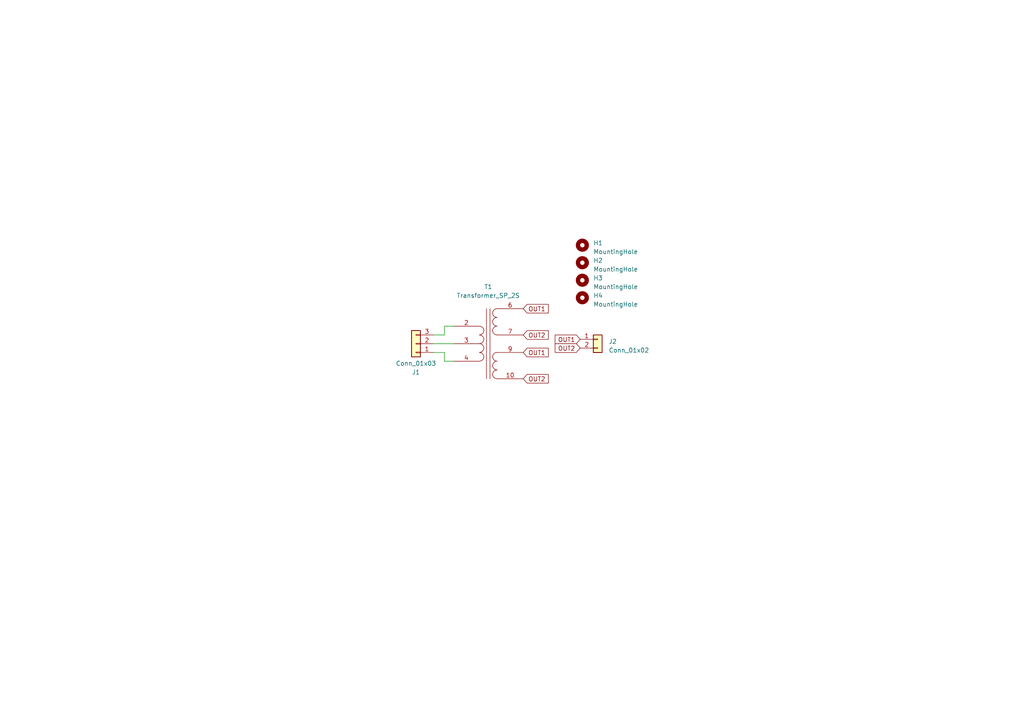
<source format=kicad_sch>
(kicad_sch (version 20230121) (generator eeschema)
  (paper "A4")
  (lib_symbols
    (symbol "Connector_Generic:Conn_01x02" (pin_names (offset 1.016) hide)
      (property "Reference" "J" (at 0 2.54 0))
      (property "Value" "Conn_01x02" (at 0 -5.08 0))
      (symbol "Conn_01x02_1_1"
        (rectangle (start -1.27 -2.413) (end 0 -2.667) (stroke (width 0.1524)))
        (rectangle (start -1.27 0.127) (end 0 -0.127) (stroke (width 0.1524)))
        (rectangle (start -1.27 1.27) (end 1.27 -3.81) (stroke (width 0.254)) (fill (type background)))
        (pin passive line (at -5.08 0 0) (length 3.81) (name "Pin_1") (number "1"))
        (pin passive line (at -5.08 -2.54 0) (length 3.81) (name "Pin_2") (number "2"))
      )
    )
    (symbol "Connector_Generic:Conn_01x03" (pin_names (offset 1.016) hide)
      (property "Reference" "J" (at 0 5.08 0))
      (property "Value" "Conn_01x03" (at 0 -5.08 0))
      (symbol "Conn_01x03_1_1"
        (rectangle (start -1.27 -2.413) (end 0 -2.667) (stroke (width 0.1524)))
        (rectangle (start -1.27 0.127) (end 0 -0.127) (stroke (width 0.1524)))
        (rectangle (start -1.27 2.667) (end 0 2.413) (stroke (width 0.1524)))
        (rectangle (start -1.27 3.81) (end 1.27 -3.81) (stroke (width 0.254)) (fill (type background)))
        (pin passive line (at -5.08 2.54 0) (length 3.81) (name "Pin_1") (number "1"))
        (pin passive line (at -5.08 0 0) (length 3.81) (name "Pin_2") (number "2"))
        (pin passive line (at -5.08 -2.54 0) (length 3.81) (name "Pin_3") (number "3"))
      )
    )
    (symbol "Device:Transformer_SP_2S" (pin_names (offset 1.016) hide)
      (property "Reference" "T1" (at 0 14.605 0))
      (property "Value" "Transformer_SP_2S" (at 0 12.065 0))
      (symbol "Transformer_SP_2S_0_1"
        (arc (start -2.54 -5.0546) (mid -1.6599 -4.6901) (end -1.27 -3.81))
        (arc (start -2.54 -2.5146) (mid -1.6599 -2.1501) (end -1.27 -1.27))
        (arc (start -2.54 0.0254) (mid -1.6599 0.3899) (end -1.27 1.27))
        (arc (start -2.54 2.5654) (mid -1.6599 2.9299) (end -1.27 3.81))
        (arc (start -1.27 -3.81) (mid -1.642 -2.912) (end -2.54 -2.54))
        (arc (start -1.27 -1.27) (mid -1.642 -0.372) (end -2.54 0))
        (arc (start -1.27 1.27) (mid -1.642 2.168) (end -2.54 2.54))
        (arc (start -1.27 3.81) (mid -1.642 4.708) (end -2.54 5.08))
        (polyline (pts (xy -0.508 -10.16) (xy -0.508 10.16)))
        (polyline (pts (xy 0.508 10.16) (xy 0.508 -10.16)))
        (arc (start 1.2954 -8.89) (mid 1.6599 -9.7701) (end 2.54 -10.1346))
        (arc (start 1.2954 -6.35) (mid 1.6599 -7.2301) (end 2.54 -7.5946))
        (arc (start 1.2954 -3.81) (mid 1.6599 -4.6901) (end 2.54 -5.0546))
        (arc (start 1.2954 3.81) (mid 1.6599 2.9299) (end 2.54 2.5654))
        (arc (start 1.2954 6.35) (mid 1.6599 5.4699) (end 2.54 5.1054))
        (arc (start 1.2954 8.89) (mid 1.6599 8.0099) (end 2.54 7.6454))
        (arc (start 2.54 -7.62) (mid 1.642 -7.992) (end 1.2954 -8.89))
        (arc (start 2.54 -5.08) (mid 1.642 -5.452) (end 1.2954 -6.35))
        (arc (start 2.54 -2.54) (mid 1.642 -2.912) (end 1.2954 -3.81))
        (arc (start 2.54 5.08) (mid 1.642 4.708) (end 1.2954 3.81))
        (arc (start 2.54 7.62) (mid 1.642 7.248) (end 1.2954 6.35))
        (arc (start 2.54 10.16) (mid 1.642 9.788) (end 1.2954 8.89))
      )
      (symbol "Transformer_SP_2S_1_1"
        (pin passive line (at 10.16 -10.16 180) (length 7.62) (name "OUT2B") (number "10"))
        (pin passive line (at -10.16 5.08 0) (length 7.62) (name "IN+") (number "2"))
        (pin passive line (at -10.16 0 0) (length 7.62) (name "PM") (number "3"))
        (pin passive line (at -10.16 -5.08 0) (length 7.62) (name "IN-") (number "4"))
        (pin passive line (at 10.16 10.16 180) (length 7.62) (name "OUT1A") (number "6"))
        (pin passive line (at 10.16 2.54 180) (length 7.62) (name "OUT1B") (number "7"))
        (pin passive line (at 10.16 -2.54 180) (length 7.62) (name "OUT2A") (number "9"))
      )
    )
    (symbol "Mechanical:MountingHole" (pin_names (offset 1.016))
      (property "Reference" "H" (at 0 5.08 0))
      (property "Value" "MountingHole" (at 0 3.175 0))
      (symbol "MountingHole_0_1"
        (circle (center 0 0) (radius 1.27) (stroke (width 1.27)))
      )
    )
  )
  (wire (pts (xy 128.905 104.775) (xy 131.445 104.775)))
  (wire (pts (xy 125.73 99.695) (xy 131.445 99.695)))
  (wire (pts (xy 128.905 97.155) (xy 128.905 94.615)))
  (wire (pts (xy 128.905 102.235) (xy 128.905 104.775)))
  (wire (pts (xy 125.73 102.235) (xy 128.905 102.235)))
  (wire (pts (xy 128.905 94.615) (xy 131.445 94.615)))
  (wire (pts (xy 128.905 97.155) (xy 125.73 97.155)))
  (global_label "OUT2" (shape input) (at 151.765 97.155 0) (property "Intersheetrefs" "${INTERSHEET_REFS}" (effects hide)))
  (global_label "OUT2" (shape input) (at 151.765 109.855 0) (property "Intersheetrefs" "${INTERSHEET_REFS}" (effects hide)))
  (global_label "OUT1" (shape input) (at 151.765 89.535 0) (property "Intersheetrefs" "${INTERSHEET_REFS}" (effects hide)))
  (global_label "OUT1" (shape input) (at 151.765 102.235 0) (property "Intersheetrefs" "${INTERSHEET_REFS}" (effects hide)))
  (global_label "OUT1" (shape input) (at 168.275 98.425 180) (property "Intersheetrefs" "${INTERSHEET_REFS}" (effects hide)))
  (global_label "OUT2" (shape input) (at 168.275 100.965 180) (property "Intersheetrefs" "${INTERSHEET_REFS}" (effects hide)))
  (symbol (lib_id "Mechanical:MountingHole") (at 168.91 86.36 0) (unit 1)
    (property "Reference" "H4" (at 172.085 85.725 0) (effects (justify left)))
    (property "Value" "MountingHole" (at 172.085 88.265 0) (effects (justify left)))
    (property "Footprint" "MountingHole:MountingHole_3.2mm_M3_ISO7380_Pad" (effects hide))
  )
  (symbol (lib_id "Connector_Generic:Conn_01x02") (at 173.355 98.425 0) (unit 1)
    (property "Reference" "J2" (at 176.53 99.06 0) (effects (justify left)))
    (property "Value" "Conn_01x02" (at 176.53 101.6 0) (effects (justify left)))
    (property "Footprint" "BarrierBlock:0389690002" (effects hide))
  )
  (symbol (lib_id "Connector_Generic:Conn_01x03") (at 120.65 99.695 180) (unit 1)
    (property "Reference" "J1" (at 120.65 107.95 0))
    (property "Value" "Conn_01x03" (at 120.65 105.41 0))
    (property "Footprint" "BarrierBlock:0389690003" (effects hide))
  )
  (symbol (lib_id "Mechanical:MountingHole") (at 168.91 76.2 0) (unit 1)
    (property "Reference" "H2" (at 172.085 75.565 0) (effects (justify left)))
    (property "Value" "MountingHole" (at 172.085 78.105 0) (effects (justify left)))
    (property "Footprint" "MountingHole:MountingHole_3.2mm_M3_ISO7380_Pad" (effects hide))
  )
  (symbol (lib_id "Mechanical:MountingHole") (at 168.91 71.12 0) (unit 1)
    (property "Reference" "H1" (at 172.085 70.485 0) (effects (justify left)))
    (property "Value" "MountingHole" (at 172.085 73.025 0) (effects (justify left)))
    (property "Footprint" "MountingHole:MountingHole_3.2mm_M3_ISO7380_Pad" (effects hide))
  )
  (symbol (lib_id "Device:Transformer_SP_2S") (at 141.605 99.695 0) (unit 1)
    (property "Reference" "T1" (at 141.605 83.185 0))
    (property "Value" "Transformer_SP_2S" (at 141.605 85.725 0))
    (property "Footprint" "Transformer_SMD:Transformer_Coilcraft_PL140" (effects hide))
  )
  (symbol (lib_id "Mechanical:MountingHole") (at 168.91 81.28 0) (unit 1)
    (property "Reference" "H3" (at 172.085 80.645 0) (effects (justify left)))
    (property "Value" "MountingHole" (at 172.085 83.185 0) (effects (justify left)))
    (property "Footprint" "MountingHole:MountingHole_3.2mm_M3_ISO7380_Pad" (effects hide))
  )
)
</source>
